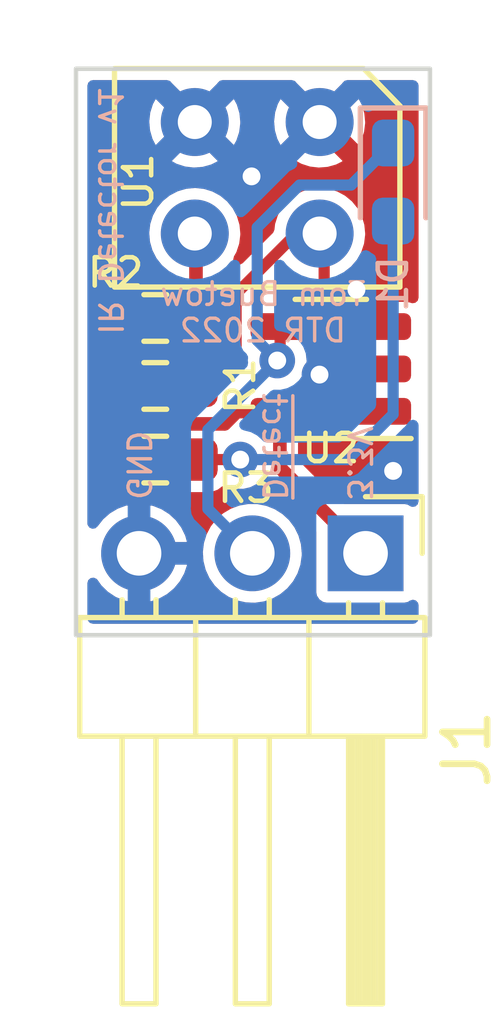
<source format=kicad_pcb>
(kicad_pcb (version 20211014) (generator pcbnew)
  (layers (0 "F.Cu" signal) (31 "B.Cu" signal) (34 "B.Paste" user) (35 "F.Paste" user) (36 "B.SilkS" user "B.Silkscreen") (37 "F.SilkS" user "F.Silkscreen") (38 "B.Mask" user) (39 "F.Mask" user) (44 "Edge.Cuts" user))
  (net 0 "")
  (net 1 "GND")
  (net 2 "Net-(D1-Pad2)")
  (net 3 "+3.3V")
  (net 4 "/Signal")
  (net 5 "/~{Detect}")
  (net 6 "Net-(R2-Pad2)")
  (footprint "Custom:RPR-200" (layer "F.Cu") (at 127.86375 87.445)
    (fp_text reference "U1" (at 0.53325 -2.355 90 unlocked) (layer "F.SilkS") (effects (font (size 0.635 0.635) (thickness 0.1016))))
    (fp_text value "RPR-200")
    (fp_poly (pts (xy 0 0) (xy 0 -4.9) (xy 5.588 -4.9) (xy 6.4 -4.064) (xy 6.4 0)) (layer "F.SilkS") (width 0.12) (fill none))
    (pad "1" thru_hole circle (at 1.8 -1.2) (size 1.524 1.524) (drill 0.762) (layers *.Cu *.Mask) (net 6 "Net-(R2-Pad2)"))
    (pad "2" thru_hole circle (at 1.8 -3.7) (size 1.524 1.524) (drill 0.762) (layers *.Cu *.Mask) (net 1 "GND"))
    (pad "3" thru_hole circle (at 4.6 -3.7) (size 1.524 1.524) (drill 0.762) (layers *.Cu *.Mask) (net 1 "GND"))
    (pad "4" thru_hole circle (at 4.6 -1.2) (size 1.524 1.524) (drill 0.762) (layers *.Cu *.Mask) (net 4 "/Signal"))
  )
  (footprint "Resistor_SMD:R_0603_1608Metric_Pad0.98x0.95mm_HandSolder" (layer "F.Cu") (at 128.778 91.313)
    (fp_text reference "R3" (at 2.032 0.635) (layer "F.SilkS") (effects (font (size 0.635 0.635) (thickness 0.1016))))
    (fp_text value "470")
    (fp_line (start -0.254724 -0.5225) (end 0.254724 -0.5225) (layer "F.SilkS") (width 0.12))
    (fp_line (start -0.254724 0.5225) (end 0.254724 0.5225) (layer "F.SilkS") (width 0.12))
    (pad "1" smd roundrect (at -0.9125 0) (size 0.975 0.95) (layers "F.Cu" "F.Paste" "F.Mask") (net 3 "+3.3V"))
    (pad "2" smd roundrect (at 0.9125 0) (size 0.975 0.95) (layers "F.Cu" "F.Paste" "F.Mask") (net 2 "Net-(D1-Pad2)"))
  )
  (footprint "Resistor_SMD:R_0603_1608Metric_Pad0.98x0.95mm_HandSolder" (layer "F.Cu") (at 128.778 89.662)
    (fp_text reference "R1" (at 1.905 0 90) (layer "F.SilkS") (effects (font (size 0.635 0.635) (thickness 0.1016))))
    (fp_text value "10k")
    (fp_line (start -0.254724 0.5225) (end 0.254724 0.5225) (layer "F.SilkS") (width 0.12))
    (fp_line (start -0.254724 -0.5225) (end 0.254724 -0.5225) (layer "F.SilkS") (width 0.12))
    (pad "1" smd roundrect (at -0.9125 0) (size 0.975 0.95) (layers "F.Cu" "F.Paste" "F.Mask") (net 3 "+3.3V"))
    (pad "2" smd roundrect (at 0.9125 0) (size 0.975 0.95) (layers "F.Cu" "F.Paste" "F.Mask") (net 4 "/Signal"))
  )
  (footprint "Resistor_SMD:R_0603_1608Metric_Pad0.98x0.95mm_HandSolder" (layer "F.Cu") (at 128.778 88.138)
    (fp_text reference "R2" (at -0.889 -1.016) (layer "F.SilkS") (effects (font (size 0.635 0.635) (thickness 0.1016))))
    (fp_text value "100")
    (fp_line (start -0.254724 0.5225) (end 0.254724 0.5225) (layer "F.SilkS") (width 0.12))
    (fp_line (start -0.254724 -0.5225) (end 0.254724 -0.5225) (layer "F.SilkS") (width 0.12))
    (pad "1" smd roundrect (at -0.9125 0) (size 0.975 0.95) (layers "F.Cu" "F.Paste" "F.Mask") (net 3 "+3.3V"))
    (pad "2" smd roundrect (at 0.9125 0) (size 0.975 0.95) (layers "F.Cu" "F.Paste" "F.Mask") (net 6 "Net-(R2-Pad2)"))
  )
  (footprint "Connector_PinHeader_2.54mm:PinHeader_1x03_P2.54mm_Horizontal" (layer "F.Cu") (at 133.49375 93.415 -90)
    (fp_text reference "J1" (at 4.385 -2.27 90) (layer "F.SilkS"))
    (fp_text value "J1")
    (fp_line (start 4.1 -0.2) (end 10.1 -0.2) (layer "F.SilkS") (width 0.12))
    (fp_line (start 4.1 0.16) (end 10.1 0.16) (layer "F.SilkS") (width 0.12))
    (fp_line (start -1.27 0) (end -1.27 -1.27) (layer "F.SilkS") (width 0.12))
    (fp_line (start 1.44 3.81) (end 4.1 3.81) (layer "F.SilkS") (width 0.12))
    (fp_line (start 10.1 2.16) (end 10.1 2.92) (layer "F.SilkS") (width 0.12))
    (fp_line (start 4.1 6.41) (end 4.1 -1.33) (layer "F.SilkS") (width 0.12))
    (fp_line (start 10.1 -0.38) (end 10.1 0.38) (layer "F.SilkS") (width 0.12))
    (fp_line (start 10.1 4.7) (end 10.1 5.46) (layer "F.SilkS") (width 0.12))
    (fp_line (start 4.1 0.28) (end 10.1 0.28) (layer "F.SilkS") (width 0.12))
    (fp_line (start 4.1 4.7) (end 10.1 4.7) (layer "F.SilkS") (width 0.12))
    (fp_line (start 1.042929 2.92) (end 1.44 2.92) (layer "F.SilkS") (width 0.12))
    (fp_line (start 1.44 6.41) (end 4.1 6.41) (layer "F.SilkS") (width 0.12))
    (fp_line (start 1.042929 4.7) (end 1.44 4.7) (layer "F.SilkS") (width 0.12))
    (fp_line (start 1.11 -0.38) (end 1.44 -0.38) (layer "F.SilkS") (width 0.12))
    (fp_line (start 4.1 2.16) (end 10.1 2.16) (layer "F.SilkS") (width 0.12))
    (fp_line (start 1.44 -1.33) (end 1.44 6.41) (layer "F.SilkS") (width 0.12))
    (fp_line (start 4.1 -0.32) (end 10.1 -0.32) (layer "F.SilkS") (width 0.12))
    (fp_line (start 1.11 0.38) (end 1.44 0.38) (layer "F.SilkS") (width 0.12))
    (fp_line (start 4.1 -0.38) (end 10.1 -0.38) (layer "F.SilkS") (width 0.12))
    (fp_line (start -1.27 -1.27) (end 0 -1.27) (layer "F.SilkS") (width 0.12))
    (fp_line (start 1.042929 2.16) (end 1.44 2.16) (layer "F.SilkS") (width 0.12))
    (fp_line (start 1.44 1.27) (end 4.1 1.27) (layer "F.SilkS") (width 0.12))
    (fp_line (start 10.1 5.46) (end 4.1 5.46) (layer "F.SilkS") (width 0.12))
    (fp_line (start 4.1 0.04) (end 10.1 0.04) (layer "F.SilkS") (width 0.12))
    (fp_line (start 1.042929 5.46) (end 1.44 5.46) (layer "F.SilkS") (width 0.12))
    (fp_line (start 4.1 -1.33) (end 1.44 -1.33) (layer "F.SilkS") (width 0.12))
    (fp_line (start 10.1 0.38) (end 4.1 0.38) (layer "F.SilkS") (width 0.12))
    (fp_line (start 10.1 2.92) (end 4.1 2.92) (layer "F.SilkS") (width 0.12))
    (fp_line (start 4.1 -0.08) (end 10.1 -0.08) (layer "F.SilkS") (width 0.12))
    (pad "1" thru_hole rect (at 0 0 270) (size 1.7 1.7) (drill 1) (layers *.Cu *.Mask) (net 3 "+3.3V"))
    (pad "2" thru_hole oval (at 0 2.54 270) (size 1.7 1.7) (drill 1) (layers *.Cu *.Mask) (net 5 "/~{Detect}"))
    (pad "3" thru_hole oval (at 0 5.08 270) (size 1.7 1.7) (drill 1) (layers *.Cu *.Mask) (net 1 "GND"))
  )
  (footprint "Package_TO_SOT_SMD:SOT-23-5" (layer "F.Cu") (at 132.715 89.281 180)
    (fp_text reference "U2" (at 0 -1.778) (layer "F.SilkS") (effects (font (size 0.635 0.635) (thickness 0.1016))))
    (fp_text value "74LVC1G17" hide)
    (fp_line (start 0 -1.56) (end 0.8 -1.56) (layer "F.SilkS") (width 0.12))
    (fp_line (start 0 -1.56) (end -1.8 -1.56) (layer "F.SilkS") (width 0.12))
    (fp_line (start 0 1.56) (end 0.8 1.56) (layer "F.SilkS") (width 0.12))
    (fp_line (start 0 1.56) (end -0.8 1.56) (layer "F.SilkS") (width 0.12))
    (pad "1" smd roundrect (at -1.1375 -0.95 180) (size 1.325 0.6) (layers "F.Cu" "F.Paste" "F.Mask"))
    (pad "2" smd roundrect (at -1.1375 0 180) (size 1.325 0.6) (layers "F.Cu" "F.Paste" "F.Mask") (net 4 "/Signal"))
    (pad "3" smd roundrect (at -1.1375 0.95 180) (size 1.325 0.6) (layers "F.Cu" "F.Paste" "F.Mask") (net 1 "GND"))
    (pad "4" smd roundrect (at 1.1375 0.95 180) (size 1.325 0.6) (layers "F.Cu" "F.Paste" "F.Mask") (net 5 "/~{Detect}"))
    (pad "5" smd roundrect (at 1.1375 -0.95 180) (size 1.325 0.6) (layers "F.Cu" "F.Paste" "F.Mask") (net 3 "+3.3V"))
  )
  (footprint "LED_SMD:LED_0603_1608Metric_Pad1.05x0.95mm_HandSolder" (layer "B.Cu") (at 134.112 85.09 -90)
    (fp_text reference "D1" (at 2.286 0 90) (layer "B.SilkS") (effects (font (size 0.635 0.635) (thickness 0.1016)) (justify mirror)))
    (fp_text value "LED")
    (fp_line (start -1.66 -0.735) (end 0.8 -0.735) (layer "B.SilkS") (width 0.12))
    (fp_line (start 0.8 0.735) (end -1.66 0.735) (layer "B.SilkS") (width 0.12))
    (fp_line (start -1.66 0.735) (end -1.66 -0.735) (layer "B.SilkS") (width 0.12))
    (pad "1" smd roundrect (at -0.875 0 270) (size 1.05 0.95) (layers "B.Cu" "B.Paste" "B.Mask") (net 5 "/~{Detect}"))
    (pad "2" smd roundrect (at 0.875 0 270) (size 1.05 0.95) (layers "B.Cu" "B.Paste" "B.Mask") (net 2 "Net-(D1-Pad2)"))
  )
  (gr_rect (start 127 82.55) (end 134.9375 95.25) (layer "Edge.Cuts") (width 0.1) (fill none))
  (gr_text "GND" (at 128.397 91.44 270) (layer "B.SilkS") (effects (font (size 0.508 0.508) (thickness 0.0762)) (justify mirror)))
  (gr_text "Tom Buetow\nDTR 2022" (at 131.191 88.011) (layer "B.SilkS") (effects (font (size 0.508 0.508) (thickness 0.0762)) (justify mirror)))
  (gr_text "~{Detect}" (at 131.445 91.028749 270) (layer "B.SilkS") (effects (font (size 0.508 0.508) (thickness 0.0762)) (justify mirror)))
  (gr_text "IR Detector v1" (at 127.762 85.725 270) (layer "B.SilkS") (effects (font (size 0.508 0.508) (thickness 0.0762)) (justify mirror)))
  (gr_text "3.3V" (at 133.35 91.391619 270) (layer "B.SilkS") (effects (font (size 0.508 0.508) (thickness 0.0762)) (justify mirror)))
  (via (at 132.461 89.408) (size 0.8) (drill 0.4) (layers "F.Cu" "B.Cu") (net 1))
  (via (at 133.2895 87.503) (size 0.8) (drill 0.4) (layers "F.Cu" "B.Cu") (net 1))
  (via (at 130.937 84.963) (size 0.8) (drill 0.4) (layers "F.Cu" "B.Cu") (net 1))
  (via (at 134.112 91.567) (size 0.8) (drill 0.4) (layers "F.Cu" "B.Cu") (net 1))
  (segment (start 130.683 91.313) (end 129.6905 91.313) (width 0.25) (layer "F.Cu") (net 2))
  (via (at 130.683 91.313) (size 0.8) (drill 0.4) (layers "F.Cu" "B.Cu") (net 2))
  (segment (start 134.112 90.297) (end 133.096 91.313) (width 0.25) (layer "B.Cu") (net 2))
  (segment (start 133.096 91.313) (end 130.683 91.313) (width 0.25) (layer "B.Cu") (net 2))
  (segment (start 134.112 85.965) (end 134.112 90.297) (width 0.25) (layer "B.Cu") (net 2))
  (segment (start 131.5775 90.231) (end 131.571245 90.237255) (width 0.25) (layer "F.Cu") (net 3))
  (segment (start 130.332625 90.513) (end 128.7165 90.513) (width 0.3048) (layer "F.Cu") (net 3))
  (segment (start 131.571245 90.237255) (end 130.60837 90.237255) (width 0.3048) (layer "F.Cu") (net 3))
  (segment (start 127.8655 89.789) (end 127.8655 88.265) (width 0.3048) (layer "F.Cu") (net 3))
  (segment (start 127.8655 91.313) (end 127.8655 91.262) (width 0.3048) (layer "F.Cu") (net 3))
  (segment (start 128.6655 90.462) (end 127.8655 89.662) (width 0.3048) (layer "F.Cu") (net 3))
  (segment (start 128.7165 90.513) (end 128.6655 90.462) (width 0.25) (layer "F.Cu") (net 3))
  (segment (start 130.60837 90.237255) (end 130.332625 90.513) (width 0.3048) (layer "F.Cu") (net 3))
  (segment (start 133.49375 93.415) (end 131.572 91.49325) (width 0.3048) (layer "F.Cu") (net 3))
  (segment (start 131.572 91.49325) (end 131.572 90.2365) (width 0.3048) (layer "F.Cu") (net 3))
  (segment (start 127.8655 91.262) (end 128.6655 90.462) (width 0.3048) (layer "F.Cu") (net 3))
  (segment (start 130.59 88.7625) (end 130.59 87.596) (width 0.25) (layer "F.Cu") (net 4))
  (segment (start 133.468249 89.281) (end 132.565 88.377751) (width 0.25) (layer "F.Cu") (net 4))
  (segment (start 129.6905 89.662) (end 130.59 88.7625) (width 0.25) (layer "F.Cu") (net 4))
  (segment (start 132.565 88.377751) (end 132.565 86.34625) (width 0.25) (layer "F.Cu") (net 4))
  (segment (start 130.59 87.596) (end 131.941 86.245) (width 0.25) (layer "F.Cu") (net 4))
  (segment (start 131.512789 89.09193) (end 131.5775 89.027219) (width 0.25) (layer "F.Cu") (net 5))
  (segment (start 131.5775 89.027219) (end 131.5775 88.331) (width 0.25) (layer "F.Cu") (net 5))
  (via (at 131.512789 89.09193) (size 0.8) (drill 0.4) (layers "F.Cu" "B.Cu") (net 5))
  (segment (start 131.064 88.643141) (end 131.512789 89.09193) (width 0.25) (layer "B.Cu") (net 5))
  (segment (start 133.169 85.158) (end 132.013499 85.158) (width 0.25) (layer "B.Cu") (net 5))
  (segment (start 129.958 92.41925) (end 130.95375 93.415) (width 0.25) (layer "B.Cu") (net 5))
  (segment (start 129.958 90.646719) (end 129.958 92.41925) (width 0.25) (layer "B.Cu") (net 5))
  (segment (start 134.112 84.215) (end 133.169 85.158) (width 0.25) (layer "B.Cu") (net 5))
  (segment (start 131.064 86.107499) (end 131.064 88.643141) (width 0.25) (layer "B.Cu") (net 5))
  (segment (start 132.013499 85.158) (end 131.064 86.107499) (width 0.25) (layer "B.Cu") (net 5))
  (segment (start 131.512789 89.09193) (end 129.958 90.646719) (width 0.25) (layer "B.Cu") (net 5))
  (segment (start 129.690495 88.138) (end 129.690495 86.27176) (width 0.3048) (layer "F.Cu") (net 6))
  (zone (net 1) (net_name "GND") (layers F&B.Cu) (name "GND") (connect_pads (clearance 0.254)) (min_thickness 0.254) (fill yes (thermal_gap 0.254) (thermal_bridge_width 0.508))
    (polygon (pts (xy 135.001 95.25) (xy 127 95.25) (xy 127 82.55) (xy 135.001 82.55)))
  )
)
</source>
